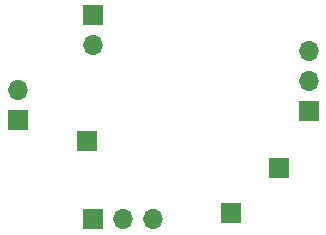
<source format=gbr>
%TF.GenerationSoftware,KiCad,Pcbnew,7.0.6*%
%TF.CreationDate,2024-02-24T16:40:59-05:00*%
%TF.ProjectId,ads1120_breakout,61647331-3132-4305-9f62-7265616b6f75,rev?*%
%TF.SameCoordinates,Original*%
%TF.FileFunction,Soldermask,Bot*%
%TF.FilePolarity,Negative*%
%FSLAX46Y46*%
G04 Gerber Fmt 4.6, Leading zero omitted, Abs format (unit mm)*
G04 Created by KiCad (PCBNEW 7.0.6) date 2024-02-24 16:40:59*
%MOMM*%
%LPD*%
G01*
G04 APERTURE LIST*
%ADD10R,1.700000X1.700000*%
%ADD11O,1.700000X1.700000*%
G04 APERTURE END LIST*
D10*
%TO.C,J7*%
X137922000Y-94488000D03*
D11*
X140462000Y-94488000D03*
X143002000Y-94488000D03*
%TD*%
D10*
%TO.C,J6*%
X153670000Y-90170000D03*
%TD*%
%TO.C,J5*%
X156210000Y-85329000D03*
D11*
X156210000Y-82789000D03*
X156210000Y-80249000D03*
%TD*%
D10*
%TO.C,J4*%
X137414000Y-87884000D03*
%TD*%
%TO.C,J3*%
X149606000Y-93980000D03*
%TD*%
%TO.C,J2*%
X137922000Y-77216000D03*
D11*
X137922000Y-79756000D03*
%TD*%
D10*
%TO.C,J1*%
X131572000Y-86106000D03*
D11*
X131572000Y-83566000D03*
%TD*%
M02*

</source>
